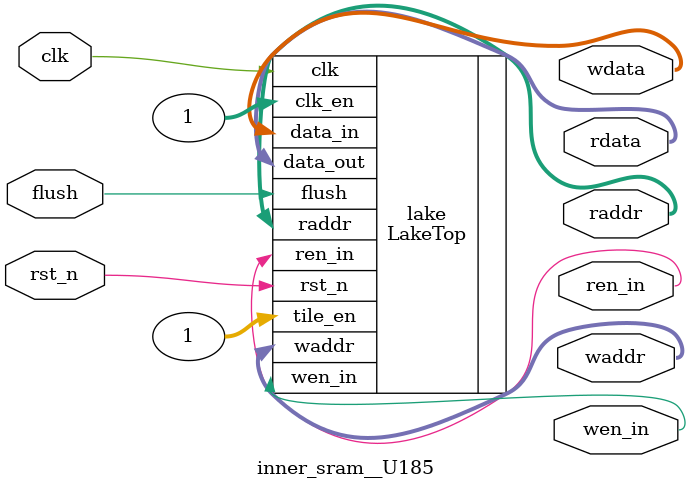
<source format=sv>
module inner_sram__U185(input logic clk, input logic flush, input logic rst_n, output logic [15:0] rdata, output logic [15:0] wdata, output logic [15:0] raddr, output logic [15:0] waddr, output logic ren_in, output logic wen_in);

  LakeTop lake(.clk(clk), .flush(flush), .rst_n(rst_n), .data_out(rdata), .data_in(wdata), .raddr(raddr), .waddr(waddr), .ren_in(ren_in), .wen_in(wen_in), .clk_en(1), .tile_en(1));

endmodule

</source>
